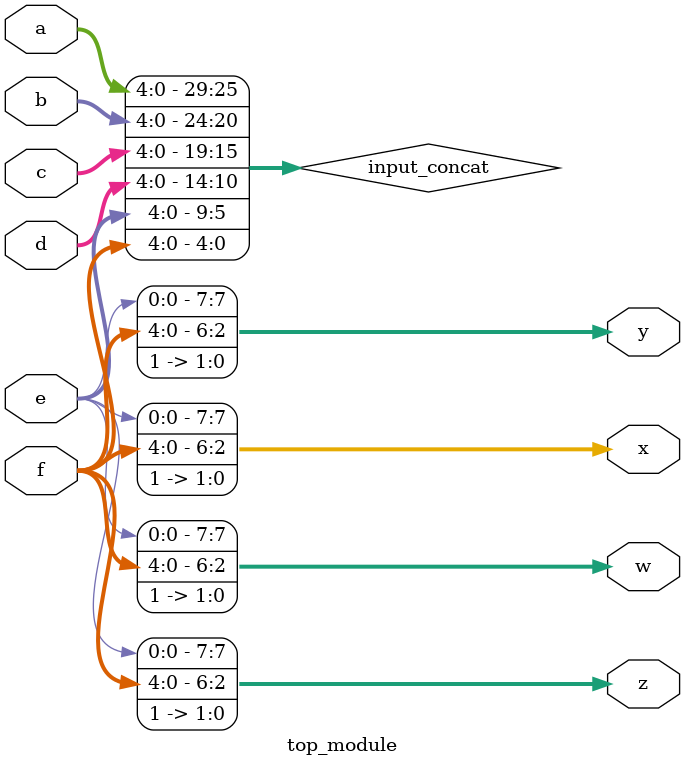
<source format=sv>
module top_module (
	input [4:0] a,
	input [4:0] b,
	input [4:0] c,
	input [4:0] d,
	input [4:0] e,
	input [4:0] f,
	output [7:0] w,
	output [7:0] x,
	output [7:0] y,
	output [7:0] z
);

	// Concatenate input vectors
	wire [29:0] input_concat;
	assign input_concat = {a,b,c,d,e,f};

	// Create output vectors
	assign w = {input_concat, 2'b11};
	assign x = {input_concat, 2'b11};
	assign y = {input_concat, 2'b11};
	assign z = {input_concat, 2'b11};

endmodule

</source>
